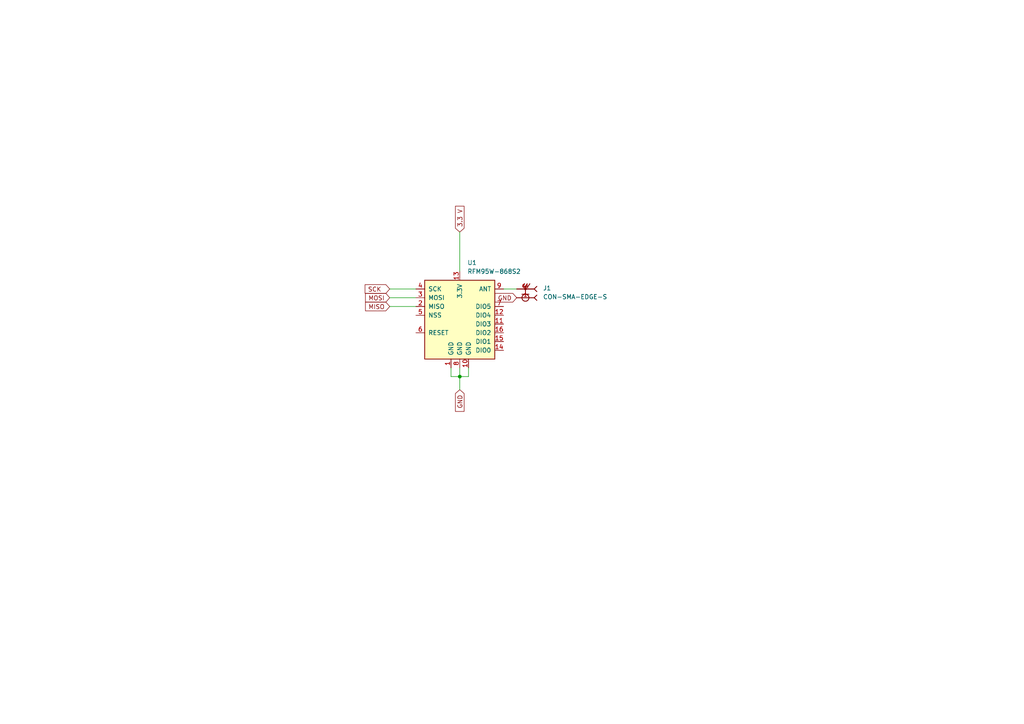
<source format=kicad_sch>
(kicad_sch
	(version 20231120)
	(generator "eeschema")
	(generator_version "8.0")
	(uuid "760e4be0-0457-4cde-a6ec-d56d0abadbc7")
	(paper "A4")
	(lib_symbols
		(symbol "CON-SMA-EDGE-S:CON-SMA-EDGE-S"
			(pin_names
				(offset 1.016)
			)
			(exclude_from_sim no)
			(in_bom yes)
			(on_board yes)
			(property "Reference" "J"
				(at -3.81 4.064 0)
				(effects
					(font
						(size 1.27 1.27)
					)
					(justify left bottom)
				)
			)
			(property "Value" "CON-SMA-EDGE-S"
				(at -4.064 -4.318 0)
				(effects
					(font
						(size 1.27 1.27)
					)
					(justify left bottom)
				)
			)
			(property "Footprint" "CON-SMA-EDGE-S:RFSOLUTIONS_CON-SMA-EDGE-S"
				(at 0 0 0)
				(effects
					(font
						(size 1.27 1.27)
					)
					(justify bottom)
					(hide yes)
				)
			)
			(property "Datasheet" ""
				(at 0 0 0)
				(effects
					(font
						(size 1.27 1.27)
					)
					(hide yes)
				)
			)
			(property "Description" ""
				(at 0 0 0)
				(effects
					(font
						(size 1.27 1.27)
					)
					(hide yes)
				)
			)
			(property "PARTREV" "1"
				(at 0 0 0)
				(effects
					(font
						(size 1.27 1.27)
					)
					(justify bottom)
					(hide yes)
				)
			)
			(property "STANDARD" "Manufacturer Recommendations"
				(at 0 0 0)
				(effects
					(font
						(size 1.27 1.27)
					)
					(justify bottom)
					(hide yes)
				)
			)
			(property "MAXIMUM_PACKAGE_HEIGHT" "6.35mm"
				(at 0 0 0)
				(effects
					(font
						(size 1.27 1.27)
					)
					(justify bottom)
					(hide yes)
				)
			)
			(property "MANUFACTURER" "RF Solutions"
				(at 0 0 0)
				(effects
					(font
						(size 1.27 1.27)
					)
					(justify bottom)
					(hide yes)
				)
			)
			(symbol "CON-SMA-EDGE-S_0_0"
				(polyline
					(pts
						(xy -3.302 -0.762) (xy -2.54 0)
					)
					(stroke
						(width 0.254)
						(type default)
					)
					(fill
						(type none)
					)
				)
				(polyline
					(pts
						(xy -3.302 0.762) (xy -2.54 0)
					)
					(stroke
						(width 0.254)
						(type default)
					)
					(fill
						(type none)
					)
				)
				(polyline
					(pts
						(xy -3.302 1.778) (xy -2.54 2.54)
					)
					(stroke
						(width 0.254)
						(type default)
					)
					(fill
						(type none)
					)
				)
				(polyline
					(pts
						(xy -3.302 3.302) (xy -2.54 2.54)
					)
					(stroke
						(width 0.254)
						(type default)
					)
					(fill
						(type none)
					)
				)
				(polyline
					(pts
						(xy -2.54 0) (xy 0 0)
					)
					(stroke
						(width 0.254)
						(type default)
					)
					(fill
						(type none)
					)
				)
				(polyline
					(pts
						(xy -2.54 2.54) (xy 2.54 2.54)
					)
					(stroke
						(width 0.254)
						(type default)
					)
					(fill
						(type none)
					)
				)
				(polyline
					(pts
						(xy -1.016 1.524) (xy 0 1.524)
					)
					(stroke
						(width 0.254)
						(type default)
					)
					(fill
						(type none)
					)
				)
				(polyline
					(pts
						(xy -0.762 -0.762) (xy -1.27 -1.524)
					)
					(stroke
						(width 0.254)
						(type default)
					)
					(fill
						(type none)
					)
				)
				(polyline
					(pts
						(xy 0 -0.762) (xy -0.762 -0.762)
					)
					(stroke
						(width 0.254)
						(type default)
					)
					(fill
						(type none)
					)
				)
				(polyline
					(pts
						(xy 0 -0.762) (xy -0.508 -1.524)
					)
					(stroke
						(width 0.254)
						(type default)
					)
					(fill
						(type none)
					)
				)
				(polyline
					(pts
						(xy 0 -0.762) (xy 0.762 -0.762)
					)
					(stroke
						(width 0.254)
						(type default)
					)
					(fill
						(type none)
					)
				)
				(polyline
					(pts
						(xy 0 0) (xy -2.286 0)
					)
					(stroke
						(width 0.254)
						(type default)
					)
					(fill
						(type none)
					)
				)
				(polyline
					(pts
						(xy 0 0) (xy 0 -0.762)
					)
					(stroke
						(width 0.254)
						(type default)
					)
					(fill
						(type none)
					)
				)
				(polyline
					(pts
						(xy 0 1.524) (xy 0 0)
					)
					(stroke
						(width 0.254)
						(type default)
					)
					(fill
						(type none)
					)
				)
				(polyline
					(pts
						(xy 0 1.524) (xy 1.016 1.524)
					)
					(stroke
						(width 0.254)
						(type default)
					)
					(fill
						(type none)
					)
				)
				(polyline
					(pts
						(xy 0.762 -0.762) (xy 0.254 -1.524)
					)
					(stroke
						(width 0.254)
						(type default)
					)
					(fill
						(type none)
					)
				)
				(polyline
					(pts
						(xy 2.54 0) (xy 0 0)
					)
					(stroke
						(width 0.254)
						(type default)
					)
					(fill
						(type none)
					)
				)
				(circle
					(center 0 0)
					(radius 0.254)
					(stroke
						(width 0.254)
						(type default)
					)
					(fill
						(type none)
					)
				)
				(circle
					(center 0 2.54)
					(radius 1.016)
					(stroke
						(width 0.254)
						(type default)
					)
					(fill
						(type none)
					)
				)
				(pin passive line
					(at 2.54 2.54 180)
					(length 5.08)
					(name "~"
						(effects
							(font
								(size 1.016 1.016)
							)
						)
					)
					(number "1"
						(effects
							(font
								(size 1.016 1.016)
							)
						)
					)
				)
				(pin passive line
					(at 2.54 0 180)
					(length 5.08)
					(name "~"
						(effects
							(font
								(size 1.016 1.016)
							)
						)
					)
					(number "G1"
						(effects
							(font
								(size 1.016 1.016)
							)
						)
					)
				)
			)
		)
		(symbol "RF_Module:RFM95W-868S2"
			(pin_names
				(offset 1.016)
			)
			(exclude_from_sim no)
			(in_bom yes)
			(on_board yes)
			(property "Reference" "U"
				(at -10.414 11.684 0)
				(effects
					(font
						(size 1.27 1.27)
					)
					(justify left)
				)
			)
			(property "Value" "RFM95W-868S2"
				(at 1.524 11.43 0)
				(effects
					(font
						(size 1.27 1.27)
					)
					(justify left)
				)
			)
			(property "Footprint" ""
				(at -83.82 41.91 0)
				(effects
					(font
						(size 1.27 1.27)
					)
					(hide yes)
				)
			)
			(property "Datasheet" "https://www.hoperf.com/data/upload/portal/20181127/5bfcbea20e9ef.pdf"
				(at -83.82 41.91 0)
				(effects
					(font
						(size 1.27 1.27)
					)
					(hide yes)
				)
			)
			(property "Description" "Low power long range transceiver module, SPI and parallel interface, 868 MHz, spreading factor 6 to12, bandwidth 7.8 to 500kHz, -111 to -148 dBm, SMD-16, DIP-16"
				(at 0 0 0)
				(effects
					(font
						(size 1.27 1.27)
					)
					(hide yes)
				)
			)
			(property "ki_keywords" "Low power long range transceiver module"
				(at 0 0 0)
				(effects
					(font
						(size 1.27 1.27)
					)
					(hide yes)
				)
			)
			(property "ki_fp_filters" "HOPERF*RFM9XW*"
				(at 0 0 0)
				(effects
					(font
						(size 1.27 1.27)
					)
					(hide yes)
				)
			)
			(symbol "RFM95W-868S2_0_1"
				(rectangle
					(start -10.16 10.16)
					(end 10.16 -12.7)
					(stroke
						(width 0.254)
						(type default)
					)
					(fill
						(type background)
					)
				)
			)
			(symbol "RFM95W-868S2_1_1"
				(pin power_in line
					(at -2.54 -15.24 90)
					(length 2.54)
					(name "GND"
						(effects
							(font
								(size 1.27 1.27)
							)
						)
					)
					(number "1"
						(effects
							(font
								(size 1.27 1.27)
							)
						)
					)
				)
				(pin power_in line
					(at 2.54 -15.24 90)
					(length 2.54)
					(name "GND"
						(effects
							(font
								(size 1.27 1.27)
							)
						)
					)
					(number "10"
						(effects
							(font
								(size 1.27 1.27)
							)
						)
					)
				)
				(pin bidirectional line
					(at 12.7 -2.54 180)
					(length 2.54)
					(name "DIO3"
						(effects
							(font
								(size 1.27 1.27)
							)
						)
					)
					(number "11"
						(effects
							(font
								(size 1.27 1.27)
							)
						)
					)
				)
				(pin bidirectional line
					(at 12.7 0 180)
					(length 2.54)
					(name "DIO4"
						(effects
							(font
								(size 1.27 1.27)
							)
						)
					)
					(number "12"
						(effects
							(font
								(size 1.27 1.27)
							)
						)
					)
				)
				(pin power_in line
					(at 0 12.7 270)
					(length 2.54)
					(name "3.3V"
						(effects
							(font
								(size 1.27 1.27)
							)
						)
					)
					(number "13"
						(effects
							(font
								(size 1.27 1.27)
							)
						)
					)
				)
				(pin bidirectional line
					(at 12.7 -10.16 180)
					(length 2.54)
					(name "DIO0"
						(effects
							(font
								(size 1.27 1.27)
							)
						)
					)
					(number "14"
						(effects
							(font
								(size 1.27 1.27)
							)
						)
					)
				)
				(pin bidirectional line
					(at 12.7 -7.62 180)
					(length 2.54)
					(name "DIO1"
						(effects
							(font
								(size 1.27 1.27)
							)
						)
					)
					(number "15"
						(effects
							(font
								(size 1.27 1.27)
							)
						)
					)
				)
				(pin bidirectional line
					(at 12.7 -5.08 180)
					(length 2.54)
					(name "DIO2"
						(effects
							(font
								(size 1.27 1.27)
							)
						)
					)
					(number "16"
						(effects
							(font
								(size 1.27 1.27)
							)
						)
					)
				)
				(pin output line
					(at -12.7 2.54 0)
					(length 2.54)
					(name "MISO"
						(effects
							(font
								(size 1.27 1.27)
							)
						)
					)
					(number "2"
						(effects
							(font
								(size 1.27 1.27)
							)
						)
					)
				)
				(pin input line
					(at -12.7 5.08 0)
					(length 2.54)
					(name "MOSI"
						(effects
							(font
								(size 1.27 1.27)
							)
						)
					)
					(number "3"
						(effects
							(font
								(size 1.27 1.27)
							)
						)
					)
				)
				(pin input line
					(at -12.7 7.62 0)
					(length 2.54)
					(name "SCK"
						(effects
							(font
								(size 1.27 1.27)
							)
						)
					)
					(number "4"
						(effects
							(font
								(size 1.27 1.27)
							)
						)
					)
				)
				(pin input line
					(at -12.7 0 0)
					(length 2.54)
					(name "NSS"
						(effects
							(font
								(size 1.27 1.27)
							)
						)
					)
					(number "5"
						(effects
							(font
								(size 1.27 1.27)
							)
						)
					)
				)
				(pin bidirectional line
					(at -12.7 -5.08 0)
					(length 2.54)
					(name "RESET"
						(effects
							(font
								(size 1.27 1.27)
							)
						)
					)
					(number "6"
						(effects
							(font
								(size 1.27 1.27)
							)
						)
					)
				)
				(pin bidirectional line
					(at 12.7 2.54 180)
					(length 2.54)
					(name "DIO5"
						(effects
							(font
								(size 1.27 1.27)
							)
						)
					)
					(number "7"
						(effects
							(font
								(size 1.27 1.27)
							)
						)
					)
				)
				(pin power_in line
					(at 0 -15.24 90)
					(length 2.54)
					(name "GND"
						(effects
							(font
								(size 1.27 1.27)
							)
						)
					)
					(number "8"
						(effects
							(font
								(size 1.27 1.27)
							)
						)
					)
				)
				(pin bidirectional line
					(at 12.7 7.62 180)
					(length 2.54)
					(name "ANT"
						(effects
							(font
								(size 1.27 1.27)
							)
						)
					)
					(number "9"
						(effects
							(font
								(size 1.27 1.27)
							)
						)
					)
				)
			)
		)
	)
	(junction
		(at 133.35 109.22)
		(diameter 0)
		(color 0 0 0 0)
		(uuid "30f6a409-b9c9-4c1c-a8c7-3e2ea460af06")
	)
	(wire
		(pts
			(xy 133.35 67.31) (xy 133.35 78.74)
		)
		(stroke
			(width 0)
			(type default)
		)
		(uuid "0add65ea-18de-4999-b55a-623fbd08dfee")
	)
	(wire
		(pts
			(xy 133.35 109.22) (xy 135.89 109.22)
		)
		(stroke
			(width 0)
			(type default)
		)
		(uuid "195a7c8c-8452-418f-9f6c-c63eb4f979f8")
	)
	(wire
		(pts
			(xy 146.05 83.82) (xy 149.86 83.82)
		)
		(stroke
			(width 0)
			(type default)
		)
		(uuid "244439e4-507c-4ec7-b381-75f999e119e5")
	)
	(wire
		(pts
			(xy 133.35 109.22) (xy 133.35 113.03)
		)
		(stroke
			(width 0)
			(type default)
		)
		(uuid "4ae4214b-c704-4717-b9d6-6bb36d7dfbb0")
	)
	(wire
		(pts
			(xy 113.03 86.36) (xy 120.65 86.36)
		)
		(stroke
			(width 0)
			(type default)
		)
		(uuid "4f7995a9-cefc-46c2-9e71-6f3109a161d9")
	)
	(wire
		(pts
			(xy 113.03 83.82) (xy 120.65 83.82)
		)
		(stroke
			(width 0)
			(type default)
		)
		(uuid "702a4e30-197b-48a1-a20b-3fb11099bc05")
	)
	(wire
		(pts
			(xy 130.81 109.22) (xy 133.35 109.22)
		)
		(stroke
			(width 0)
			(type default)
		)
		(uuid "82057306-8ed5-4821-bb80-5bcf68f05ee9")
	)
	(wire
		(pts
			(xy 133.35 109.22) (xy 133.35 106.68)
		)
		(stroke
			(width 0)
			(type default)
		)
		(uuid "91d781c1-aa68-4c48-9784-907cf7a92489")
	)
	(wire
		(pts
			(xy 130.81 106.68) (xy 130.81 109.22)
		)
		(stroke
			(width 0)
			(type default)
		)
		(uuid "c3c7efc1-cdd9-4234-9684-bac833fa7cd6")
	)
	(wire
		(pts
			(xy 113.03 88.9) (xy 120.65 88.9)
		)
		(stroke
			(width 0)
			(type default)
		)
		(uuid "cfbf588a-ade3-4a99-90d2-d2da8613d748")
	)
	(wire
		(pts
			(xy 135.89 106.68) (xy 135.89 109.22)
		)
		(stroke
			(width 0)
			(type default)
		)
		(uuid "e8c51651-276a-4808-96b0-68bfe48a41ef")
	)
	(global_label "SCK "
		(shape input)
		(at 113.03 83.82 180)
		(fields_autoplaced yes)
		(effects
			(font
				(size 1.27 1.27)
			)
			(justify right)
		)
		(uuid "1f088cc3-c32e-4166-b23e-7b899cddef87")
		(property "Intersheetrefs" "${INTERSHEET_REFS}"
			(at 105.3277 83.82 0)
			(effects
				(font
					(size 1.27 1.27)
				)
				(justify right)
				(hide yes)
			)
		)
	)
	(global_label "MOSI"
		(shape input)
		(at 113.03 86.36 180)
		(fields_autoplaced yes)
		(effects
			(font
				(size 1.27 1.27)
			)
			(justify right)
		)
		(uuid "332ca889-4244-43f1-876c-fc53f7f6c4da")
		(property "Intersheetrefs" "${INTERSHEET_REFS}"
			(at 105.4486 86.36 0)
			(effects
				(font
					(size 1.27 1.27)
				)
				(justify right)
				(hide yes)
			)
		)
	)
	(global_label "3.3 V"
		(shape input)
		(at 133.35 67.31 90)
		(fields_autoplaced yes)
		(effects
			(font
				(size 1.27 1.27)
			)
			(justify left)
		)
		(uuid "90bc9c44-9a55-4a2c-b1c4-8f5663f7a3c3")
		(property "Intersheetrefs" "${INTERSHEET_REFS}"
			(at 133.35 59.2448 90)
			(effects
				(font
					(size 1.27 1.27)
				)
				(justify left)
				(hide yes)
			)
		)
	)
	(global_label "MISO"
		(shape input)
		(at 113.03 88.9 180)
		(fields_autoplaced yes)
		(effects
			(font
				(size 1.27 1.27)
			)
			(justify right)
		)
		(uuid "abec1598-4039-4335-ac5c-bf6c6b69fff4")
		(property "Intersheetrefs" "${INTERSHEET_REFS}"
			(at 105.4486 88.9 0)
			(effects
				(font
					(size 1.27 1.27)
				)
				(justify right)
				(hide yes)
			)
		)
	)
	(global_label "GND"
		(shape input)
		(at 149.86 86.36 180)
		(fields_autoplaced yes)
		(effects
			(font
				(size 1.27 1.27)
			)
			(justify right)
		)
		(uuid "adc70d19-b555-430a-b452-0e8ac7625642")
		(property "Intersheetrefs" "${INTERSHEET_REFS}"
			(at 143.0043 86.36 0)
			(effects
				(font
					(size 1.27 1.27)
				)
				(justify right)
				(hide yes)
			)
		)
	)
	(global_label "GND"
		(shape input)
		(at 133.35 113.03 270)
		(fields_autoplaced yes)
		(effects
			(font
				(size 1.27 1.27)
			)
			(justify right)
		)
		(uuid "e14294e5-848f-4e26-be80-fa2ed5a784bd")
		(property "Intersheetrefs" "${INTERSHEET_REFS}"
			(at 133.35 119.8857 90)
			(effects
				(font
					(size 1.27 1.27)
				)
				(justify right)
				(hide yes)
			)
		)
	)
	(symbol
		(lib_id "RF_Module:RFM95W-868S2")
		(at 133.35 91.44 0)
		(unit 1)
		(exclude_from_sim no)
		(in_bom yes)
		(on_board yes)
		(dnp no)
		(uuid "5e6e0365-2377-47b1-8352-8c27cf02e3ab")
		(property "Reference" "U1"
			(at 135.5441 76.2 0)
			(effects
				(font
					(size 1.27 1.27)
				)
				(justify left)
			)
		)
		(property "Value" "RFM95W-868S2"
			(at 135.5441 78.74 0)
			(effects
				(font
					(size 1.27 1.27)
				)
				(justify left)
			)
		)
		(property "Footprint" ""
			(at 49.53 49.53 0)
			(effects
				(font
					(size 1.27 1.27)
				)
				(hide yes)
			)
		)
		(property "Datasheet" "https://www.hoperf.com/data/upload/portal/20181127/5bfcbea20e9ef.pdf"
			(at 49.53 49.53 0)
			(effects
				(font
					(size 1.27 1.27)
				)
				(hide yes)
			)
		)
		(property "Description" "Low power long range transceiver module, SPI and parallel interface, 868 MHz, spreading factor 6 to12, bandwidth 7.8 to 500kHz, -111 to -148 dBm, SMD-16, DIP-16"
			(at 133.35 91.44 0)
			(effects
				(font
					(size 1.27 1.27)
				)
				(hide yes)
			)
		)
		(pin "10"
			(uuid "bec8414f-3c28-4905-a811-8d3821efdd96")
		)
		(pin "5"
			(uuid "043eee61-98b1-4ab9-a1fc-100b0226d4e7")
		)
		(pin "7"
			(uuid "5107b297-88fd-44e4-bd3d-1f5615ab5437")
		)
		(pin "8"
			(uuid "13d008e6-d0ed-4337-a107-87126eabd1cc")
		)
		(pin "11"
			(uuid "7fb9bb5b-98db-4904-ace6-2903cf8dedc5")
		)
		(pin "13"
			(uuid "661b0b0c-ac2b-467c-b2e6-34f88206549a")
		)
		(pin "9"
			(uuid "7ba34782-c291-4411-90a9-c2dd84fb333d")
		)
		(pin "1"
			(uuid "42b99c51-3e62-49fe-97a2-51c686bc140c")
		)
		(pin "12"
			(uuid "88c15b80-86b5-44b2-97b9-33e6e02ebbd0")
		)
		(pin "14"
			(uuid "4175a2b3-f5be-4826-81ba-39749cf55c9f")
		)
		(pin "15"
			(uuid "a9f135c2-6aab-4381-b1e4-c52266e490cb")
		)
		(pin "16"
			(uuid "61e056f5-1fac-439a-afaf-cb3b6183c583")
		)
		(pin "2"
			(uuid "1db7fd9c-d627-44a7-98ad-cd08038a9560")
		)
		(pin "3"
			(uuid "ea7498ee-d9cc-4804-ad35-e699463ec989")
		)
		(pin "4"
			(uuid "54326730-5753-47ed-b190-52ef1df03bf4")
		)
		(pin "6"
			(uuid "eeb8c95a-294a-4ebe-a293-7507b31844e5")
		)
		(instances
			(project ""
				(path "/760e4be0-0457-4cde-a6ec-d56d0abadbc7"
					(reference "U1")
					(unit 1)
				)
			)
		)
	)
	(symbol
		(lib_id "CON-SMA-EDGE-S:CON-SMA-EDGE-S")
		(at 152.4 83.82 180)
		(unit 1)
		(exclude_from_sim no)
		(in_bom yes)
		(on_board yes)
		(dnp no)
		(fields_autoplaced yes)
		(uuid "d4c83bb3-1970-4a8a-a38a-6b86e3dd5df4")
		(property "Reference" "J1"
			(at 157.48 83.5659 0)
			(effects
				(font
					(size 1.27 1.27)
				)
				(justify right)
			)
		)
		(property "Value" "CON-SMA-EDGE-S"
			(at 157.48 86.1059 0)
			(effects
				(font
					(size 1.27 1.27)
				)
				(justify right)
			)
		)
		(property "Footprint" "CON-SMA-EDGE-S:RFSOLUTIONS_CON-SMA-EDGE-S"
			(at 152.4 83.82 0)
			(effects
				(font
					(size 1.27 1.27)
				)
				(justify bottom)
				(hide yes)
			)
		)
		(property "Datasheet" ""
			(at 152.4 83.82 0)
			(effects
				(font
					(size 1.27 1.27)
				)
				(hide yes)
			)
		)
		(property "Description" ""
			(at 152.4 83.82 0)
			(effects
				(font
					(size 1.27 1.27)
				)
				(hide yes)
			)
		)
		(property "PARTREV" "1"
			(at 152.4 83.82 0)
			(effects
				(font
					(size 1.27 1.27)
				)
				(justify bottom)
				(hide yes)
			)
		)
		(property "STANDARD" "Manufacturer Recommendations"
			(at 152.4 83.82 0)
			(effects
				(font
					(size 1.27 1.27)
				)
				(justify bottom)
				(hide yes)
			)
		)
		(property "MAXIMUM_PACKAGE_HEIGHT" "6.35mm"
			(at 152.4 83.82 0)
			(effects
				(font
					(size 1.27 1.27)
				)
				(justify bottom)
				(hide yes)
			)
		)
		(property "MANUFACTURER" "RF Solutions"
			(at 152.4 83.82 0)
			(effects
				(font
					(size 1.27 1.27)
				)
				(justify bottom)
				(hide yes)
			)
		)
		(pin "G1"
			(uuid "0048301d-6d6a-427c-9ac4-20f17be0ba18")
		)
		(pin "1"
			(uuid "fb2362cc-dbfa-47b9-9e8d-f0872162ffc8")
		)
		(instances
			(project ""
				(path "/760e4be0-0457-4cde-a6ec-d56d0abadbc7"
					(reference "J1")
					(unit 1)
				)
			)
		)
	)
	(sheet_instances
		(path "/"
			(page "1")
		)
	)
)

</source>
